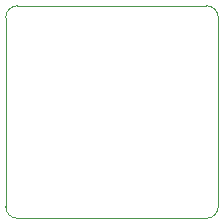
<source format=gbr>
%TF.GenerationSoftware,KiCad,Pcbnew,8.0.3-8.0.3-0~ubuntu23.10.1*%
%TF.CreationDate,2024-09-30T16:30:17-04:00*%
%TF.ProjectId,nPM1300-Stamp,6e504d31-3330-4302-9d53-74616d702e6b,rev?*%
%TF.SameCoordinates,Original*%
%TF.FileFunction,Profile,NP*%
%FSLAX46Y46*%
G04 Gerber Fmt 4.6, Leading zero omitted, Abs format (unit mm)*
G04 Created by KiCad (PCBNEW 8.0.3-8.0.3-0~ubuntu23.10.1) date 2024-09-30 16:30:17*
%MOMM*%
%LPD*%
G01*
G04 APERTURE LIST*
%TA.AperFunction,Profile*%
%ADD10C,0.050000*%
%TD*%
G04 APERTURE END LIST*
D10*
X159000000Y-108000000D02*
G75*
G02*
X158000000Y-109000000I-1000000J0D01*
G01*
X142000000Y-91000000D02*
X158000000Y-91000000D01*
X158000000Y-109000000D02*
X142000000Y-109000000D01*
X159000000Y-92000000D02*
X159000000Y-108000000D01*
X158000000Y-91000000D02*
G75*
G02*
X159000000Y-92000000I0J-1000000D01*
G01*
X141000000Y-108000000D02*
X141000000Y-92000000D01*
X142000000Y-109000000D02*
G75*
G02*
X141000000Y-108000000I0J1000000D01*
G01*
X141000000Y-92000000D02*
G75*
G02*
X142000000Y-91000000I1000000J0D01*
G01*
M02*

</source>
